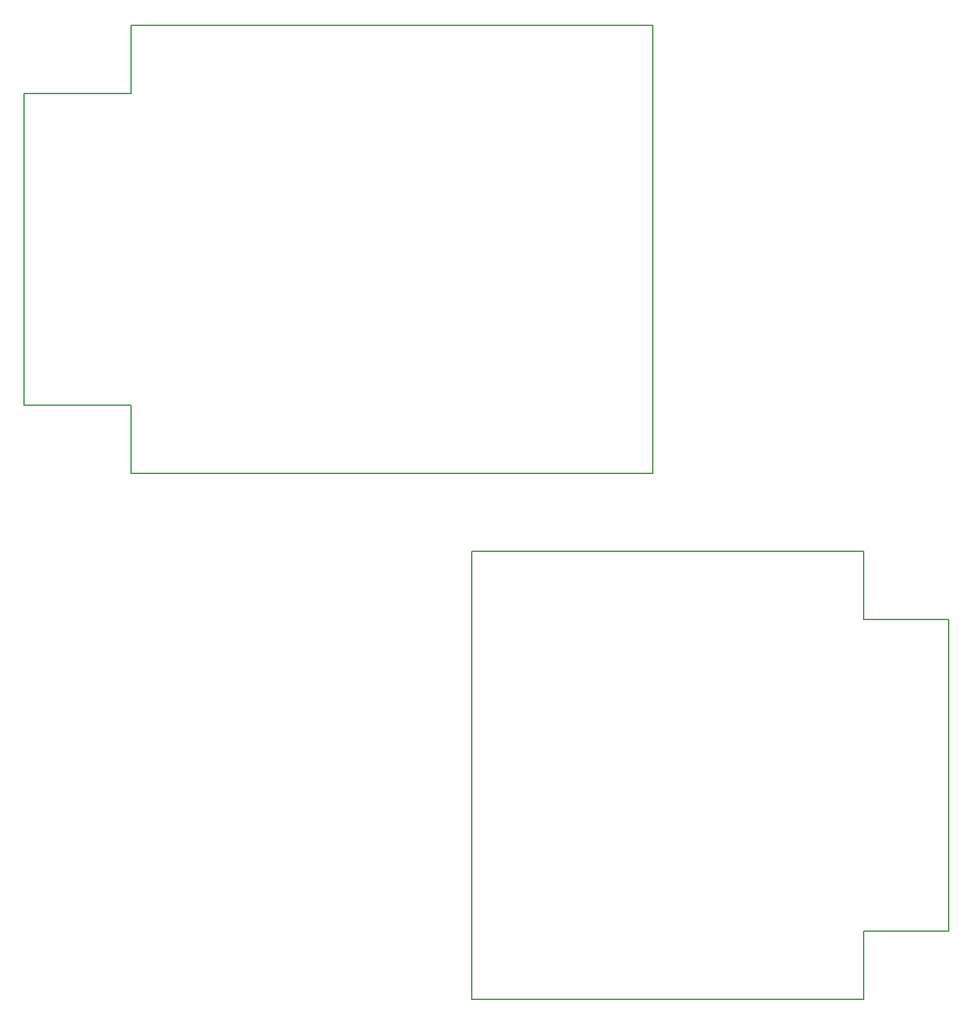
<source format=gbr>
G04 #@! TF.FileFunction,Profile,NP*
%FSLAX46Y46*%
G04 Gerber Fmt 4.6, Leading zero omitted, Abs format (unit mm)*
G04 Created by KiCad (PCBNEW 4.0.2-4+6225~38~ubuntu14.04.1-stable) date Thu 30 Mar 2017 04:29:04 PM CEST*
%MOMM*%
G01*
G04 APERTURE LIST*
%ADD10C,0.100000*%
%ADD11C,0.150000*%
G04 APERTURE END LIST*
D10*
D11*
X154940000Y-129540000D02*
X143912000Y-129540000D01*
X154940000Y-170180000D02*
X154940000Y-129540000D01*
X143912000Y-170180000D02*
X154940000Y-170180000D01*
X143912000Y-179070000D02*
X143912000Y-170180000D01*
X34290000Y-101600000D02*
X48260000Y-101600000D01*
X34290000Y-60960000D02*
X48260000Y-60960000D01*
X34290000Y-60960000D02*
X34290000Y-101600000D01*
X48260000Y-110490000D02*
X48260000Y-101600000D01*
X92710000Y-120650000D02*
X92710000Y-179070000D01*
X143912000Y-179070000D02*
X92710000Y-179070000D01*
X143912000Y-120650000D02*
X143912000Y-129540000D01*
X92710000Y-120650000D02*
X143912000Y-120650000D01*
X48260000Y-60960000D02*
X48260000Y-52070000D01*
X116332000Y-110490000D02*
X48260000Y-110490000D01*
X116332000Y-52070000D02*
X116332000Y-110490000D01*
X48260000Y-52070000D02*
X116332000Y-52070000D01*
M02*

</source>
